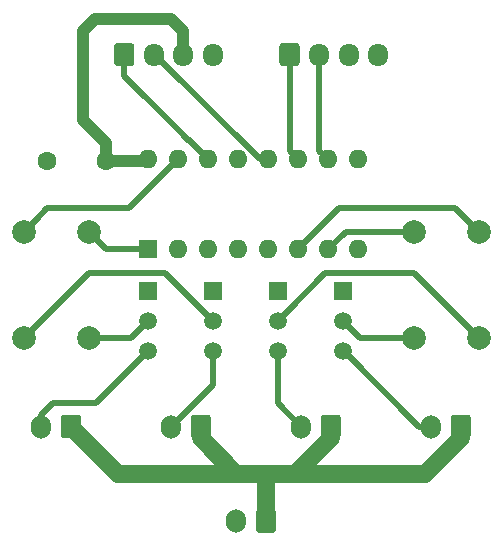
<source format=gbr>
G04 #@! TF.GenerationSoftware,KiCad,Pcbnew,5.1.6-c6e7f7d~87~ubuntu20.04.1*
G04 #@! TF.CreationDate,2020-08-21T14:36:32+01:00*
G04 #@! TF.ProjectId,4_switch_array,345f7377-6974-4636-985f-61727261792e,rev?*
G04 #@! TF.SameCoordinates,Original*
G04 #@! TF.FileFunction,Copper,L1,Top*
G04 #@! TF.FilePolarity,Positive*
%FSLAX46Y46*%
G04 Gerber Fmt 4.6, Leading zero omitted, Abs format (unit mm)*
G04 Created by KiCad (PCBNEW 5.1.6-c6e7f7d~87~ubuntu20.04.1) date 2020-08-21 14:36:32*
%MOMM*%
%LPD*%
G01*
G04 APERTURE LIST*
G04 #@! TA.AperFunction,ComponentPad*
%ADD10O,1.600000X1.600000*%
G04 #@! TD*
G04 #@! TA.AperFunction,ComponentPad*
%ADD11R,1.600000X1.600000*%
G04 #@! TD*
G04 #@! TA.AperFunction,ComponentPad*
%ADD12O,1.700000X2.000000*%
G04 #@! TD*
G04 #@! TA.AperFunction,ComponentPad*
%ADD13C,1.600000*%
G04 #@! TD*
G04 #@! TA.AperFunction,ComponentPad*
%ADD14C,2.000000*%
G04 #@! TD*
G04 #@! TA.AperFunction,ComponentPad*
%ADD15C,1.500000*%
G04 #@! TD*
G04 #@! TA.AperFunction,ComponentPad*
%ADD16R,1.500000X1.500000*%
G04 #@! TD*
G04 #@! TA.AperFunction,ComponentPad*
%ADD17O,1.700000X1.950000*%
G04 #@! TD*
G04 #@! TA.AperFunction,Conductor*
%ADD18C,0.250000*%
G04 #@! TD*
G04 #@! TA.AperFunction,Conductor*
%ADD19C,1.000000*%
G04 #@! TD*
G04 #@! TA.AperFunction,Conductor*
%ADD20C,0.500000*%
G04 #@! TD*
G04 #@! TA.AperFunction,Conductor*
%ADD21C,1.500000*%
G04 #@! TD*
G04 APERTURE END LIST*
D10*
X138000000Y-46880000D03*
X155780000Y-54500000D03*
X140540000Y-46880000D03*
X153240000Y-54500000D03*
X143080000Y-46880000D03*
X150700000Y-54500000D03*
X145620000Y-46880000D03*
X148160000Y-54500000D03*
X148160000Y-46880000D03*
X145620000Y-54500000D03*
X150700000Y-46880000D03*
X143080000Y-54500000D03*
X153240000Y-46880000D03*
X140540000Y-54500000D03*
X155780000Y-46880000D03*
D11*
X138000000Y-54500000D03*
G04 #@! TA.AperFunction,ComponentPad*
G36*
G01*
X165350000Y-68750000D02*
X165350000Y-70250000D01*
G75*
G02*
X165100000Y-70500000I-250000J0D01*
G01*
X163900000Y-70500000D01*
G75*
G02*
X163650000Y-70250000I0J250000D01*
G01*
X163650000Y-68750000D01*
G75*
G02*
X163900000Y-68500000I250000J0D01*
G01*
X165100000Y-68500000D01*
G75*
G02*
X165350000Y-68750000I0J-250000D01*
G01*
G37*
G04 #@! TD.AperFunction*
D12*
X162000000Y-69500000D03*
D13*
X129500000Y-47000000D03*
X134500000Y-47000000D03*
D14*
X127500000Y-53000000D03*
X127500000Y-62000000D03*
X160500000Y-53000000D03*
X160500000Y-62000000D03*
X133000000Y-53000000D03*
X133000000Y-62000000D03*
X166000000Y-53000000D03*
X166000000Y-62000000D03*
D15*
X143500000Y-60540000D03*
X143500000Y-63080000D03*
D16*
X143500000Y-58000000D03*
D15*
X154500000Y-60540000D03*
X154500000Y-63080000D03*
D16*
X154500000Y-58000000D03*
D15*
X138000000Y-60540000D03*
X138000000Y-63080000D03*
D16*
X138000000Y-58000000D03*
D15*
X149000000Y-60540000D03*
X149000000Y-63080000D03*
D16*
X149000000Y-58000000D03*
D12*
X145500000Y-77500000D03*
G04 #@! TA.AperFunction,ComponentPad*
G36*
G01*
X148850000Y-76750000D02*
X148850000Y-78250000D01*
G75*
G02*
X148600000Y-78500000I-250000J0D01*
G01*
X147400000Y-78500000D01*
G75*
G02*
X147150000Y-78250000I0J250000D01*
G01*
X147150000Y-76750000D01*
G75*
G02*
X147400000Y-76500000I250000J0D01*
G01*
X148600000Y-76500000D01*
G75*
G02*
X148850000Y-76750000I0J-250000D01*
G01*
G37*
G04 #@! TD.AperFunction*
G04 #@! TA.AperFunction,ComponentPad*
G36*
G01*
X143350000Y-68750000D02*
X143350000Y-70250000D01*
G75*
G02*
X143100000Y-70500000I-250000J0D01*
G01*
X141900000Y-70500000D01*
G75*
G02*
X141650000Y-70250000I0J250000D01*
G01*
X141650000Y-68750000D01*
G75*
G02*
X141900000Y-68500000I250000J0D01*
G01*
X143100000Y-68500000D01*
G75*
G02*
X143350000Y-68750000I0J-250000D01*
G01*
G37*
G04 #@! TD.AperFunction*
X140000000Y-69500000D03*
G04 #@! TA.AperFunction,ComponentPad*
G36*
G01*
X154350000Y-68750000D02*
X154350000Y-70250000D01*
G75*
G02*
X154100000Y-70500000I-250000J0D01*
G01*
X152900000Y-70500000D01*
G75*
G02*
X152650000Y-70250000I0J250000D01*
G01*
X152650000Y-68750000D01*
G75*
G02*
X152900000Y-68500000I250000J0D01*
G01*
X154100000Y-68500000D01*
G75*
G02*
X154350000Y-68750000I0J-250000D01*
G01*
G37*
G04 #@! TD.AperFunction*
X151000000Y-69500000D03*
G04 #@! TA.AperFunction,ComponentPad*
G36*
G01*
X132350000Y-68750000D02*
X132350000Y-70250000D01*
G75*
G02*
X132100000Y-70500000I-250000J0D01*
G01*
X130900000Y-70500000D01*
G75*
G02*
X130650000Y-70250000I0J250000D01*
G01*
X130650000Y-68750000D01*
G75*
G02*
X130900000Y-68500000I250000J0D01*
G01*
X132100000Y-68500000D01*
G75*
G02*
X132350000Y-68750000I0J-250000D01*
G01*
G37*
G04 #@! TD.AperFunction*
X129000000Y-69500000D03*
D17*
X157500000Y-38000000D03*
X155000000Y-38000000D03*
X152500000Y-38000000D03*
G04 #@! TA.AperFunction,ComponentPad*
G36*
G01*
X149150000Y-38725000D02*
X149150000Y-37275000D01*
G75*
G02*
X149400000Y-37025000I250000J0D01*
G01*
X150600000Y-37025000D01*
G75*
G02*
X150850000Y-37275000I0J-250000D01*
G01*
X150850000Y-38725000D01*
G75*
G02*
X150600000Y-38975000I-250000J0D01*
G01*
X149400000Y-38975000D01*
G75*
G02*
X149150000Y-38725000I0J250000D01*
G01*
G37*
G04 #@! TD.AperFunction*
X143500000Y-38000000D03*
X141000000Y-38000000D03*
X138500000Y-38000000D03*
G04 #@! TA.AperFunction,ComponentPad*
G36*
G01*
X135150000Y-38725000D02*
X135150000Y-37275000D01*
G75*
G02*
X135400000Y-37025000I250000J0D01*
G01*
X136600000Y-37025000D01*
G75*
G02*
X136850000Y-37275000I0J-250000D01*
G01*
X136850000Y-38725000D01*
G75*
G02*
X136600000Y-38975000I-250000J0D01*
G01*
X135400000Y-38975000D01*
G75*
G02*
X135150000Y-38725000I0J250000D01*
G01*
G37*
G04 #@! TD.AperFunction*
D18*
X137880000Y-47000000D02*
X138000000Y-46880000D01*
D19*
X134500000Y-47000000D02*
X137880000Y-47000000D01*
X134500000Y-47000000D02*
X134500000Y-45500000D01*
X134500000Y-45500000D02*
X132500000Y-43500000D01*
X132500000Y-36000000D02*
X133500000Y-35000000D01*
X132500000Y-43500000D02*
X132500000Y-36000000D01*
X133500000Y-35000000D02*
X140000000Y-35000000D01*
X141000000Y-36000000D02*
X141000000Y-38000000D01*
X140000000Y-35000000D02*
X141000000Y-36000000D01*
D20*
X136540000Y-62000000D02*
X138000000Y-60540000D01*
X133000000Y-62000000D02*
X136540000Y-62000000D01*
X139460000Y-56500000D02*
X143500000Y-60540000D01*
X133000000Y-56500000D02*
X139460000Y-56500000D01*
X127500000Y-62000000D02*
X133000000Y-56500000D01*
X149749999Y-59790001D02*
X149000000Y-60540000D01*
X153040000Y-56500000D02*
X149749999Y-59790001D01*
X166000000Y-62000000D02*
X160500000Y-56500000D01*
X160500000Y-56500000D02*
X153040000Y-56500000D01*
X155960000Y-62000000D02*
X160500000Y-62000000D01*
X154500000Y-60540000D02*
X155960000Y-62000000D01*
X152500000Y-46140000D02*
X153240000Y-46880000D01*
X152500000Y-38000000D02*
X152500000Y-46140000D01*
X141000000Y-44800000D02*
X143080000Y-46880000D01*
X136000000Y-39800000D02*
X143080000Y-46880000D01*
X136000000Y-38000000D02*
X136000000Y-39800000D01*
X147470002Y-46880000D02*
X148160000Y-46880000D01*
X138590002Y-38000000D02*
X147470002Y-46880000D01*
X138500000Y-38000000D02*
X138590002Y-38000000D01*
X129000000Y-68500000D02*
X129000000Y-69500000D01*
X130000000Y-67500000D02*
X129000000Y-68500000D01*
X138000000Y-63080000D02*
X133580000Y-67500000D01*
X133580000Y-67500000D02*
X130000000Y-67500000D01*
D21*
X148000000Y-77500000D02*
X148000000Y-73500000D01*
X148000000Y-73500000D02*
X135500000Y-73500000D01*
X135500000Y-73500000D02*
X131500000Y-69500000D01*
X153500000Y-70500000D02*
X153500000Y-69500000D01*
X142500000Y-70500000D02*
X145500000Y-73500000D01*
X142500000Y-69500000D02*
X142500000Y-70500000D01*
X145500000Y-73500000D02*
X150500000Y-73500000D01*
X150500000Y-73500000D02*
X153500000Y-70500000D01*
X164500000Y-70500000D02*
X164500000Y-69500000D01*
X161500000Y-73500000D02*
X164500000Y-70500000D01*
X148000000Y-73500000D02*
X161500000Y-73500000D01*
D20*
X143500000Y-66000000D02*
X140000000Y-69500000D01*
X143500000Y-63080000D02*
X143500000Y-66000000D01*
X149000000Y-67500000D02*
X151000000Y-69500000D01*
X149000000Y-63080000D02*
X149000000Y-67500000D01*
X161000000Y-69500000D02*
X162000000Y-69500000D01*
X154500000Y-63080000D02*
X154580000Y-63080000D01*
X154580000Y-63080000D02*
X161000000Y-69500000D01*
X150000000Y-46180000D02*
X150700000Y-46880000D01*
X150000000Y-38000000D02*
X150000000Y-46180000D01*
X128499999Y-52000001D02*
X127500000Y-53000000D01*
X129500000Y-51000000D02*
X128499999Y-52000001D01*
X140540000Y-46880000D02*
X136420000Y-51000000D01*
X136420000Y-51000000D02*
X129500000Y-51000000D01*
X153240000Y-54500000D02*
X154740000Y-53000000D01*
X159085787Y-53000000D02*
X160500000Y-53000000D01*
X154740000Y-53000000D02*
X159085787Y-53000000D01*
X154200000Y-51000000D02*
X164000000Y-51000000D01*
X150700000Y-54500000D02*
X154200000Y-51000000D01*
X164000000Y-51000000D02*
X165000001Y-52000001D01*
X165000001Y-52000001D02*
X166000000Y-53000000D01*
X134500000Y-54500000D02*
X133000000Y-53000000D01*
X138000000Y-54500000D02*
X134500000Y-54500000D01*
M02*

</source>
